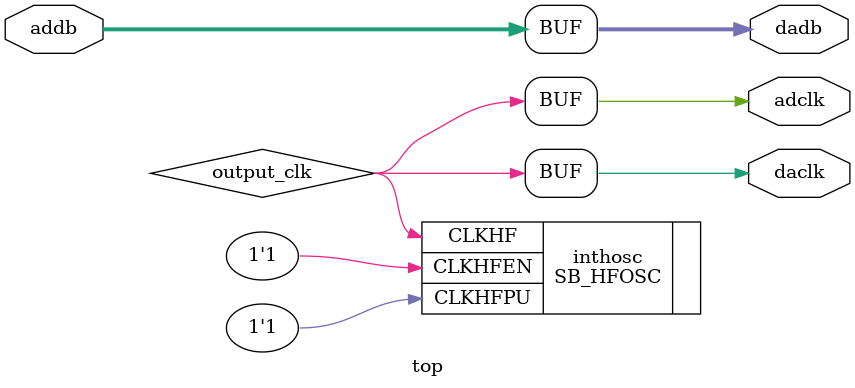
<source format=v>
/*
 * Copyright (c) 2018 Joel Holdsworth <joel@airwebreathe.org.uk>
 * All rights reserved.
 *
 * Redistribution and use in source and binary forms, with or without
 * modification, are permitted provided that the following conditions are met:
 *
 * 1. Redistributions of source code must retain the above copyright notice,
 *    this list of conditions and the following disclaimer.
 * 2. Redistributions in binary form must reproduce the above copyright
 *    notice, this list of conditions and the following disclaimer in the
 *    documentation and/or other materials provided with the distribution.
 * 3. Neither the name of copyright holder nor the names of its
 *    contributors may be used to endorse or promote products derived from
 *    this software without specific prior written permission.
 *
 * THIS SOFTWARE IS PROVIDED BY THE COPYRIGHT HOLDERS AND CONTRIBUTORS "AS IS"
 * AND ANY EXPRESS OR IMPLIED WARRANTIES, INCLUDING, BUT NOT LIMITED TO, THE
 * IMPLIED WARRANTIES OF MERCHANTABILITY AND FITNESS FOR A PARTICULAR PURPOSE
 * ARE DISCLAIMED. IN NO EVENT SHALL THE COPYRIGHT OWNER OR CONTRIBUTORS BE
 * LIABLE FOR ANY DIRECT, INDIRECT, INCIDENTAL, SPECIAL, EXEMPLARY, OR
 * CONSEQUENTIAL DAMAGES (INCLUDING, BUT NOT LIMITED TO, PROCUREMENT OF
 * SUBSTITUTE GOODS OR SERVICES; LOSS OF USE, DATA, OR PROFITS; OR BUSINESS
 * INTERRUPTION) HOWEVER CAUSED AND ON ANY THEORY OF LIABILITY, WHETHER IN
 * CONTRACT, STRICT LIABILITY, OR TORT (INCLUDING NEGLIGENCE OR OTHERWISE)
 * ARISING IN ANY WAY OUT OF THE USE OF THIS SOFTWARE, EVEN IF ADVISED OF THE
 * POSSIBILITY OF SUCH DAMAGE.
 */

module top(adclk, addb, daclk, dadb);

/*input clk_100mhz;*/

output adclk;
input [7:0] addb;
output daclk;
output [7:0] dadb;

wire output_clk;

/*
Clock Generator
wire clk_32mhz;
wire pll_locked;
*/


SB_HFOSC  #(
.CLKHF_DIV(2'b00)
)
inthosc
(
  .CLKHFPU(1'b1),
  .CLKHFEN(1'b1),
  .CLKHF(output_clk)
);


// Defining the values of the divider of the iCE40 Oscillator
// output_clk frequency = 48 MHz / divider_value

/*
SB_PLL40_PAD #(
  .FEEDBACK_PATH("SIMPLE"),
  .DELAY_ADJUSTMENT_MODE_FEEDBACK("FIXED"),
  .DELAY_ADJUSTMENT_MODE_RELATIVE("FIXED"),
  .PLLOUT_SELECT("GENCLK"),
  .FDA_FEEDBACK(4'b1111),
  .FDA_RELATIVE(4'b1111),
  .DIVR(4'b0011),
  .DIVF(7'b0101000),
  .DIVQ(3'b101),
  .FILTER_RANGE(3'b010)
) pll (
  .PACKAGEPIN(clk_100mhz),
  .PLLOUTGLOBAL(clk_32mhz),
  .LOCK(pll_locked),
  .BYPASS(1'b0),
  .RESETB(1'b1)
);
*/

// ADC/DAC pass-through
/* wire clk = clk_32mhz; */

assign adclk = output_clk;
assign daclk = output_clk;
assign dadb = addb;

/*
reg [7:0] counter;
assign dadb = counter;
always @(negedge clk_32mhz) counter <= counter + 1;
*/

endmodule

</source>
